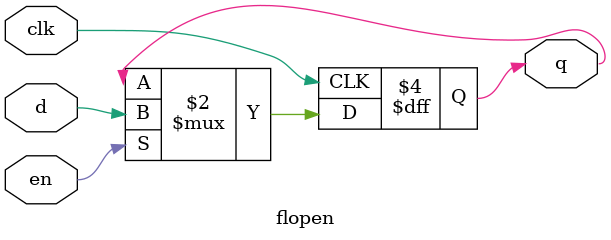
<source format=sv>
`timescale 1ns / 1ps


module flopen # (parameter N = 16) (
    input clk,
    input en,
    input [0:0] d,
    output reg [0:0] q
    );
    
    always @(posedge clk)
        if (en) q <= d;
endmodule

</source>
